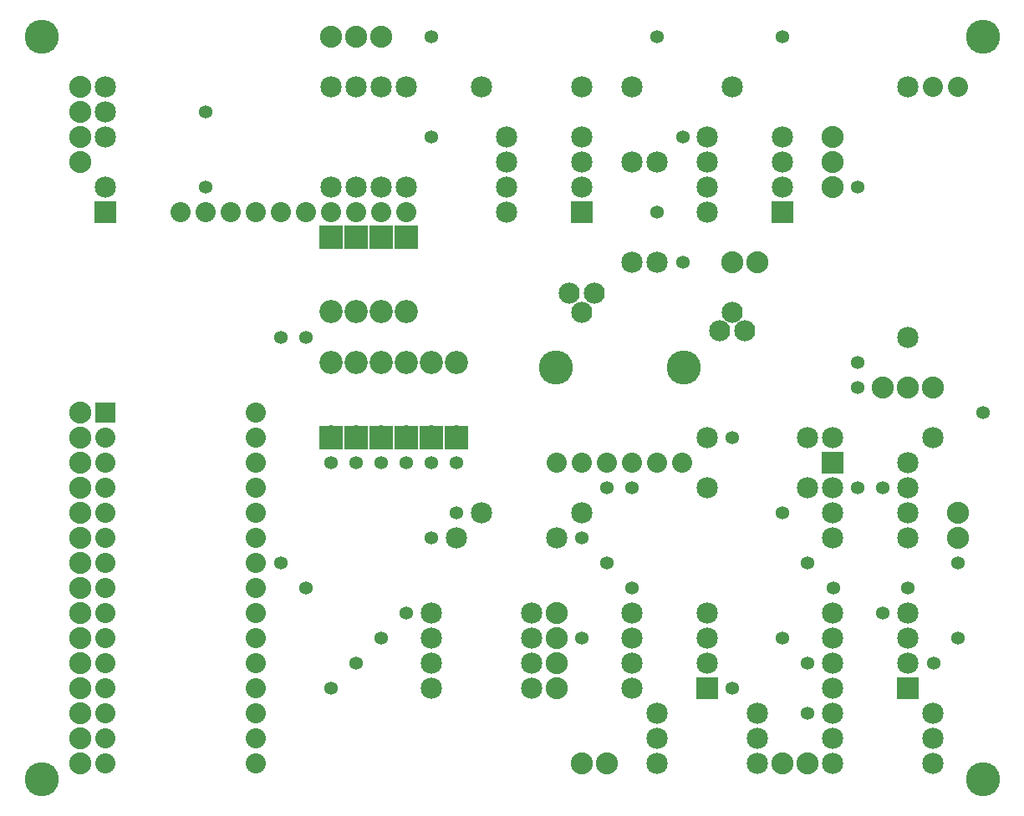
<source format=gts>
G04 MADE WITH FRITZING*
G04 WWW.FRITZING.ORG*
G04 DOUBLE SIDED*
G04 HOLES PLATED*
G04 CONTOUR ON CENTER OF CONTOUR VECTOR*
%ASAXBY*%
%FSLAX23Y23*%
%MOIN*%
%OFA0B0*%
%SFA1.0B1.0*%
%ADD10C,0.053307*%
%ADD11C,0.084000*%
%ADD12C,0.085000*%
%ADD13C,0.135984*%
%ADD14C,0.080000*%
%ADD15C,0.088000*%
%ADD16C,0.092000*%
%ADD17R,0.085000X0.085000*%
%ADD18R,0.079972X0.080000*%
%ADD19R,0.092000X0.092000*%
%LNMASK1*%
G90*
G70*
G54D10*
X3646Y561D03*
X744Y2461D03*
X744Y2761D03*
X3044Y3061D03*
X1643Y2660D03*
X1643Y3061D03*
X2544Y3061D03*
X2646Y2660D03*
X2646Y2160D03*
X1044Y961D03*
X1144Y861D03*
X3344Y2461D03*
X3344Y1761D03*
X1044Y1861D03*
X1144Y1861D03*
X1544Y762D03*
X1444Y661D03*
X1344Y562D03*
X1243Y461D03*
X1644Y1061D03*
X1744Y1161D03*
X1243Y1361D03*
X1344Y1361D03*
X1445Y1361D03*
X1543Y1361D03*
X1644Y1361D03*
X1744Y1361D03*
G54D11*
X2894Y1886D03*
X2844Y1961D03*
X2794Y1886D03*
G54D10*
X3844Y1561D03*
X3443Y1262D03*
X3444Y761D03*
X3544Y861D03*
X3246Y859D03*
X2244Y661D03*
X2244Y1061D03*
X3044Y661D03*
X3044Y1161D03*
X2344Y1261D03*
X2345Y960D03*
X2444Y1261D03*
X2445Y860D03*
X3145Y561D03*
X3145Y960D03*
X2844Y461D03*
X2844Y1461D03*
X3344Y1261D03*
X3344Y1660D03*
X2544Y2361D03*
X3144Y361D03*
X3744Y961D03*
X3744Y661D03*
G54D12*
X3544Y1861D03*
X3545Y2861D03*
X1644Y761D03*
X2044Y761D03*
X1644Y661D03*
X2044Y661D03*
X1644Y561D03*
X2044Y561D03*
X1844Y1161D03*
X2244Y1161D03*
X1744Y1061D03*
X2144Y1061D03*
X1644Y461D03*
X2044Y461D03*
X2744Y461D03*
X2444Y461D03*
X2744Y561D03*
X2444Y561D03*
X2744Y661D03*
X2444Y661D03*
X2744Y761D03*
X2444Y761D03*
X3544Y461D03*
X3244Y461D03*
X3544Y561D03*
X3244Y561D03*
X3544Y661D03*
X3244Y661D03*
X3544Y761D03*
X3244Y761D03*
X3244Y1361D03*
X3544Y1361D03*
X3244Y1261D03*
X3544Y1261D03*
X3244Y1161D03*
X3544Y1161D03*
X3244Y1061D03*
X3544Y1061D03*
X3244Y261D03*
X3644Y261D03*
X2544Y261D03*
X2944Y261D03*
X3244Y161D03*
X3644Y161D03*
X2544Y161D03*
X2944Y161D03*
X3644Y361D03*
X3244Y361D03*
X2944Y361D03*
X2544Y361D03*
X2744Y1461D03*
X3144Y1461D03*
X3244Y1461D03*
X3644Y1461D03*
X2744Y1261D03*
X3144Y1261D03*
G54D13*
X2649Y1741D03*
G54D14*
X2144Y1361D03*
X2244Y1361D03*
X2344Y1361D03*
X2444Y1361D03*
G54D13*
X2140Y1741D03*
G54D14*
X2544Y1361D03*
X2644Y1361D03*
G54D15*
X3044Y161D03*
X3144Y161D03*
X2244Y161D03*
X2344Y161D03*
X3744Y1161D03*
X3744Y1061D03*
G54D12*
X1544Y2461D03*
X1544Y2861D03*
X1444Y2461D03*
X1444Y2861D03*
X1344Y2461D03*
X1344Y2861D03*
X1244Y2461D03*
X1244Y2861D03*
G54D14*
X3644Y2861D03*
X3744Y2861D03*
G54D15*
X1444Y3061D03*
X1344Y3061D03*
X1244Y3061D03*
X244Y1561D03*
X244Y1461D03*
X244Y1361D03*
X244Y1261D03*
X244Y1161D03*
X244Y1061D03*
X244Y961D03*
X244Y861D03*
X244Y761D03*
X244Y661D03*
X244Y561D03*
X244Y461D03*
X244Y361D03*
X244Y261D03*
X244Y161D03*
X244Y2861D03*
X244Y2761D03*
X244Y2661D03*
X244Y2561D03*
X2144Y761D03*
X2144Y661D03*
X2144Y561D03*
X2144Y461D03*
X2944Y2161D03*
X2844Y2161D03*
X3244Y2461D03*
X3244Y2561D03*
X3244Y2661D03*
X3644Y1661D03*
X3544Y1661D03*
X3444Y1661D03*
G54D12*
X2244Y2361D03*
X1944Y2361D03*
X2244Y2461D03*
X1944Y2461D03*
X2244Y2561D03*
X1944Y2561D03*
X2244Y2661D03*
X1944Y2661D03*
X2244Y2861D03*
X1844Y2861D03*
X2544Y2561D03*
X2544Y2161D03*
X2444Y2861D03*
X2844Y2861D03*
G54D11*
X2194Y2036D03*
X2244Y1961D03*
X2294Y2036D03*
G54D12*
X2444Y2161D03*
X2444Y2561D03*
G54D14*
X1544Y2361D03*
X1444Y2361D03*
X1344Y2361D03*
X1244Y2361D03*
X1144Y2361D03*
X1044Y2361D03*
X944Y2361D03*
X844Y2361D03*
X744Y2361D03*
X644Y2361D03*
G54D12*
X3044Y2361D03*
X2744Y2361D03*
X3044Y2461D03*
X2744Y2461D03*
X3044Y2561D03*
X2744Y2561D03*
X3044Y2661D03*
X2744Y2661D03*
G54D14*
X344Y1561D03*
X344Y1461D03*
X344Y1361D03*
X344Y1261D03*
X344Y1161D03*
X344Y1061D03*
X344Y961D03*
X344Y861D03*
X344Y761D03*
X344Y661D03*
X344Y561D03*
X344Y461D03*
X344Y361D03*
X344Y261D03*
X344Y161D03*
X944Y1561D03*
X944Y1461D03*
X944Y1361D03*
X944Y1261D03*
X944Y1161D03*
X944Y1061D03*
X944Y961D03*
X944Y861D03*
X944Y761D03*
X944Y661D03*
X944Y561D03*
X944Y461D03*
X944Y361D03*
X944Y261D03*
X944Y161D03*
G54D12*
X344Y2361D03*
X344Y2461D03*
X344Y2661D03*
X344Y2761D03*
X344Y2861D03*
G54D16*
X1244Y2261D03*
X1244Y1963D03*
X1244Y1463D03*
X1244Y1761D03*
X1544Y1463D03*
X1544Y1761D03*
X1444Y1463D03*
X1444Y1761D03*
X1744Y1463D03*
X1744Y1761D03*
X1644Y1463D03*
X1644Y1761D03*
X1544Y2261D03*
X1544Y1963D03*
X1444Y2261D03*
X1444Y1963D03*
X1344Y2261D03*
X1344Y1963D03*
X1344Y1463D03*
X1344Y1761D03*
G54D13*
X89Y3061D03*
X91Y96D03*
X3844Y97D03*
X3844Y3061D03*
G54D17*
X2744Y461D03*
X3544Y461D03*
X3244Y1361D03*
X2244Y2361D03*
X3044Y2361D03*
G54D18*
X344Y1561D03*
G54D17*
X344Y2361D03*
G54D19*
X1244Y2262D03*
X1244Y1462D03*
X1544Y1462D03*
X1444Y1462D03*
X1744Y1462D03*
X1644Y1462D03*
X1544Y2262D03*
X1444Y2262D03*
X1344Y2262D03*
X1344Y1462D03*
G04 End of Mask1*
M02*
</source>
